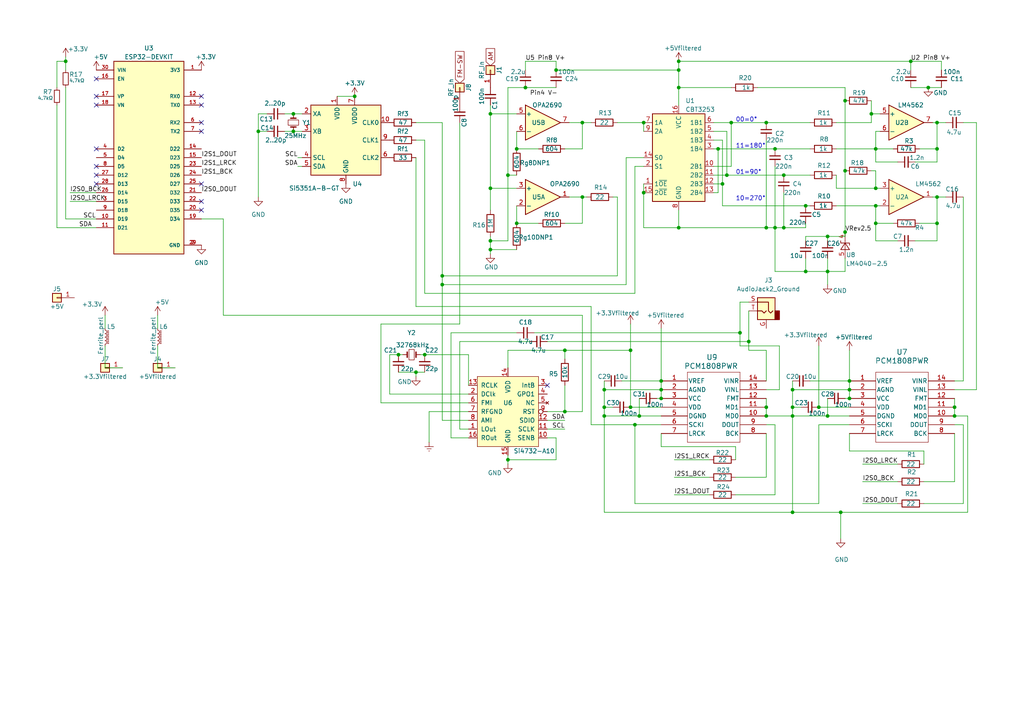
<source format=kicad_sch>
(kicad_sch (version 20250114) (generator "eeschema") (generator_version "9.0")
  (paper "A4")
  (title_block (rev "1.1"))
  (text "10=270°" (at 213.36 58.42 0) (effects (font (size 1.27 1.27)) (justify left bottom)))
  (text "11=180°" (at 213.36 43.18 0) (effects (font (size 1.27 1.27)) (justify left bottom)))
  (text "01=90°" (at 213.36 50.8 0) (effects (font (size 1.27 1.27)) (justify left bottom)))
  (text "00=0°" (at 213.36 35.56 0) (effects (font (size 1.27 1.27)) (justify left bottom)))
  (junction (at 128.27 80.01))
  (junction (at 191.77 115.57))
  (junction (at 243.84 148.59))
  (junction (at 168.91 57.15))
  (junction (at 208.28 43.18))
  (junction (at 246.38 113.03))
  (junction (at 222.25 118.11))
  (junction (at 128.27 82.55))
  (junction (at 196.85 17.78))
  (junction (at 271.78 64.77))
  (junction (at 175.26 120.65))
  (junction (at 233.68 78.74))
  (junction (at 168.91 35.56))
  (junction (at 240.03 68.58))
  (junction (at -125.73 138.43))
  (junction (at 245.11 49.53))
  (junction (at 191.77 113.03))
  (junction (at 123.19 102.87))
  (junction (at 149.86 43.18))
  (junction (at -66.04 156.21))
  (junction (at 217.17 99.06))
  (junction (at 196.85 20.32))
  (junction (at -123.19 179.07))
  (junction (at -82.55 179.07))
  (junction (at 149.86 64.77))
  (junction (at 142.24 72.39))
  (junction (at 229.87 120.65))
  (junction (at 120.65 107.95))
  (junction (at -138.43 166.37))
  (junction (at 191.77 110.49))
  (junction (at 147.32 50.8))
  (junction (at 245.11 67.31))
  (junction (at -125.73 130.81))
  (junction (at 229.87 113.03))
  (junction (at 224.79 43.18))
  (junction (at -135.89 179.07))
  (junction (at 271.78 35.56))
  (junction (at -54.61 179.07))
  (junction (at 254 43.18))
  (junction (at 186.69 35.56))
  (junction (at 222.25 35.56))
  (junction (at 85.09 38.1))
  (junction (at 182.88 101.6))
  (junction (at 85.09 33.02))
  (junction (at -62.23 137.16))
  (junction (at 142.24 54.61))
  (junction (at -125.73 179.07))
  (junction (at 210.82 50.8))
  (junction (at 264.16 17.78))
  (junction (at -67.31 137.16))
  (junction (at -66.04 179.07))
  (junction (at 182.88 118.11))
  (junction (at 240.03 120.65))
  (junction (at -90.17 123.19))
  (junction (at 271.78 57.15))
  (junction (at 229.87 148.59))
  (junction (at 254 54.61))
  (junction (at 185.42 120.65))
  (junction (at 222.25 120.65))
  (junction (at 212.09 35.56))
  (junction (at 74.93 38.1))
  (junction (at 237.49 118.11))
  (junction (at 115.57 102.87))
  (junction (at -133.35 179.07))
  (junction (at -60.96 156.21))
  (junction (at 196.85 66.04))
  (junction (at -93.98 179.07))
  (junction (at 163.83 101.6))
  (junction (at -63.5 144.78))
  (junction (at 184.15 123.19))
  (junction (at -90.17 179.07))
  (junction (at 246.38 115.57))
  (junction (at -137.16 157.48))
  (junction (at 229.87 118.11))
  (junction (at 252.73 33.02))
  (junction (at 214.63 96.52))
  (junction (at -133.35 162.56))
  (junction (at -134.62 165.1))
  (junction (at 102.87 27.94))
  (junction (at -57.15 137.16))
  (junction (at 276.86 118.11))
  (junction (at 161.29 20.32))
  (junction (at 227.33 66.04))
  (junction (at 175.26 113.03))
  (junction (at -54.61 156.21))
  (junction (at -114.3 179.07))
  (junction (at 240.03 78.74))
  (junction (at 142.24 33.02))
  (junction (at 269.24 25.4))
  (junction (at 147.32 133.35))
  (junction (at 245.11 29.21))
  (junction (at 271.78 43.18))
  (junction (at 224.79 66.04))
  (junction (at 254 64.77))
  (junction (at -66.04 165.1))
  (junction (at 254 59.69))
  (junction (at -118.11 179.07))
  (junction (at 209.55 53.34))
  (junction (at 19.05 17.78))
  (junction (at 175.26 118.11))
  (junction (at 163.83 119.38))
  (junction (at -110.49 179.07))
  (junction (at 186.69 55.88))
  (junction (at 276.86 120.65))
  (junction (at 196.85 25.4))
  (junction (at 152.4 25.4))
  (junction (at 227.33 50.8))
  (junction (at 222.25 66.04))
  (junction (at -128.27 179.07))
  (junction (at 246.38 110.49))
  (junction (at 142.24 69.85))
  (junction (at 233.68 59.69))
  (no_connect (at 58.42 30.48))
  (no_connect (at 158.75 111.76))
  (no_connect (at 27.94 53.34))
  (no_connect (at -86.36 165.1))
  (no_connect (at 58.42 38.1))
  (no_connect (at 58.42 53.34))
  (no_connect (at 58.42 35.56))
  (no_connect (at 27.94 50.8))
  (no_connect (at 58.42 60.96))
  (no_connect (at 27.94 48.26))
  (no_connect (at -110.49 144.78))
  (no_connect (at 27.94 30.48))
  (no_connect (at 27.94 27.94))
  (no_connect (at 58.42 27.94))
  (no_connect (at -97.79 165.1))
  (no_connect (at 27.94 43.18))
  (no_connect (at 58.42 58.42))
  (no_connect (at 27.94 22.86))
  (wire (pts (xy 217.17 87.63) (xy 214.63 87.63)))
  (wire (pts (xy 196.85 25.4) (xy 196.85 30.48)))
  (wire (pts (xy -54.61 179.07) (xy -49.53 179.07)))
  (wire (pts (xy 128.27 82.55) (xy 128.27 80.01)))
  (wire (pts (xy 254 38.1) (xy 254 43.18)))
  (wire (pts (xy 181.61 45.72) (xy 181.61 82.55)))
  (wire (pts (xy 266.7 43.18) (xy 271.78 43.18)))
  (wire (pts (xy 133.35 99.06) (xy 133.35 124.46)))
  (wire (pts (xy -139.7 163.83) (xy -135.89 163.83)))
  (wire (pts (xy -67.31 125.73) (xy -67.31 137.16)))
  (wire (pts (xy 175.26 120.65) (xy 175.26 148.59)))
  (wire (pts (xy 149.86 59.69) (xy 149.86 64.77)))
  (wire (pts (xy 276.86 139.7) (xy 267.97 139.7)))
  (wire (pts (xy 252.73 49.53) (xy 254 49.53)))
  (wire (pts (xy 195.58 133.35) (xy 205.74 133.35)))
  (wire (pts (xy -90.17 123.19) (xy -86.36 123.19)))
  (wire (pts (xy 254 46.99) (xy 260.35 46.99)))
  (wire (pts (xy -124.46 125.73) (xy -125.73 125.73)))
  (wire (pts (xy -121.92 123.19) (xy -121.92 165.1)))
  (wire (pts (xy -135.89 179.07) (xy -133.35 179.07)))
  (wire (pts (xy -99.06 125.73) (xy -67.31 125.73)))
  (wire (pts (xy 186.69 55.88) (xy 186.69 66.04)))
  (wire (pts (xy 64.77 63.5) (xy 64.77 91.44)))
  (wire (pts (xy 240.03 68.58) (xy 245.11 68.58)))
  (wire (pts (xy 147.32 50.8) (xy 149.86 50.8)))
  (wire (pts (xy 85.09 33.02) (xy 87.63 33.02)))
  (wire (pts (xy -57.15 129.54) (xy -57.15 120.65)))
  (wire (pts (xy -118.11 148.59) (xy -118.11 157.48)))
  (wire (pts (xy 133.35 35.56) (xy 133.35 93.98)))
  (wire (pts (xy 246.38 130.81) (xy 267.97 130.81)))
  (wire (pts (xy 147.32 132.08) (xy 147.32 133.35)))
  (wire (pts (xy 19.05 25.4) (xy 19.05 63.5)))
  (wire (pts (xy -123.19 179.07) (xy -118.11 179.07)))
  (wire (pts (xy 222.25 125.73) (xy 222.25 138.43)))
  (wire (pts (xy 233.68 78.74) (xy 240.03 78.74)))
  (wire (pts (xy 30.48 100.33) (xy 30.48 106.68)))
  (wire (pts (xy 245.11 49.53) (xy 245.11 67.31)))
  (wire (pts (xy 273.05 17.78) (xy 273.05 20.32)))
  (wire (pts (xy -124.46 125.73) (xy -124.46 149.86)))
  (wire (pts (xy 279.4 123.19) (xy 279.4 146.05)))
  (wire (pts (xy 245.11 115.57) (xy 246.38 115.57)))
  (wire (pts (xy -125.73 130.81) (xy -125.73 133.35)))
  (wire (pts (xy 242.57 35.56) (xy 252.73 35.56)))
  (wire (pts (xy 142.24 68.58) (xy 142.24 69.85)))
  (wire (pts (xy -113.03 140.97) (xy -113.03 138.43)))
  (wire (pts (xy -54.61 156.21) (xy -54.61 166.37)))
  (wire (pts (xy 233.68 59.69) (xy 234.95 59.69)))
  (wire (pts (xy -128.27 156.21) (xy -128.27 179.07)))
  (wire (pts (xy 147.32 133.35) (xy 147.32 134.62)))
  (wire (pts (xy 161.29 127) (xy 161.29 133.35)))
  (wire (pts (xy 179.07 35.56) (xy 186.69 35.56)))
  (wire (pts (xy 254 38.1) (xy 255.27 38.1)))
  (wire (pts (xy 271.78 35.56) (xy 274.32 35.56)))
  (wire (pts (xy -67.31 148.59) (xy -68.58 148.59)))
  (wire (pts (xy -125.73 156.21) (xy -125.73 179.07)))
  (wire (pts (xy 207.01 55.88) (xy 208.28 55.88)))
  (wire (pts (xy -66.04 179.07) (xy -54.61 179.07)))
  (wire (pts (xy 175.26 110.49) (xy 175.26 113.03)))
  (wire (pts (xy -114.3 168.91) (xy -114.3 179.07)))
  (wire (pts (xy -93.98 165.1) (xy -93.98 166.37)))
  (wire (pts (xy 222.25 101.6) (xy 222.25 110.49)))
  (wire (pts (xy 252.73 29.21) (xy 252.73 33.02)))
  (wire (pts (xy 186.69 35.56) (xy 186.69 38.1)))
  (wire (pts (xy 123.19 85.09) (xy 184.15 85.09)))
  (wire (pts (xy 227.33 50.8) (xy 234.95 50.8)))
  (wire (pts (xy 222.25 123.19) (xy 224.79 123.19)))
  (wire (pts (xy 45.72 91.44) (xy 45.72 95.25)))
  (wire (pts (xy -123.19 179.07) (xy -123.19 180.34)))
  (wire (pts (xy 254 43.18) (xy 259.08 43.18)))
  (wire (pts (xy 222.25 35.56) (xy 234.95 35.56)))
  (wire (pts (xy -110.49 179.07) (xy -93.98 179.07)))
  (wire (pts (xy 254 59.69) (xy 255.27 59.69)))
  (wire (pts (xy 163.83 101.6) (xy 163.83 104.14)))
  (wire (pts (xy 19.05 63.5) (xy 27.94 63.5)))
  (wire (pts (xy 210.82 50.8) (xy 227.33 50.8)))
  (wire (pts (xy 237.49 100.33) (xy 237.49 118.11)))
  (wire (pts (xy 16.51 17.78) (xy 19.05 17.78)))
  (wire (pts (xy 243.84 148.59) (xy 243.84 156.21)))
  (wire (pts (xy 168.91 91.44) (xy 168.91 119.38)))
  (wire (pts (xy -63.5 152.4) (xy -68.58 152.4)))
  (wire (pts (xy 191.77 120.65) (xy 185.42 120.65)))
  (wire (pts (xy -66.04 171.45) (xy -66.04 179.07)))
  (wire (pts (xy -138.43 166.37) (xy -120.65 166.37)))
  (wire (pts (xy 237.49 118.11) (xy 246.38 118.11)))
  (wire (pts (xy 222.25 66.04) (xy 224.79 66.04)))
  (wire (pts (xy 181.61 82.55) (xy 128.27 82.55)))
  (wire (pts (xy 242.57 54.61) (xy 254 54.61)))
  (wire (pts (xy 210.82 50.8) (xy 210.82 38.1)))
  (wire (pts (xy -110.49 163.83) (xy -110.49 162.56)))
  (wire (pts (xy 175.26 148.59) (xy 229.87 148.59)))
  (wire (pts (xy 242.57 59.69) (xy 254 59.69)))
  (wire (pts (xy 161.29 133.35) (xy 147.32 133.35)))
  (wire (pts (xy -82.55 179.07) (xy -66.04 179.07)))
  (wire (pts (xy -95.25 128.27) (xy -95.25 127)))
  (wire (pts (xy -125.73 118.11) (xy -54.61 118.11)))
  (wire (pts (xy 27.94 55.88) (xy 20.32 55.88)))
  (wire (pts (xy -63.5 151.13) (xy -63.5 152.4)))
  (wire (pts (xy 229.87 113.03) (xy 229.87 118.11)))
  (wire (pts (xy 182.88 118.11) (xy 191.77 118.11)))
  (wire (pts (xy -68.58 144.78) (xy -63.5 144.78)))
  (wire (pts (xy 279.4 110.49) (xy 279.4 57.15)))
  (wire (pts (xy 16.51 30.48) (xy 16.51 66.04)))
  (wire (pts (xy 265.43 46.99) (xy 271.78 46.99)))
  (wire (pts (xy 142.24 33.02) (xy 142.24 54.61)))
  (wire (pts (xy 175.26 113.03) (xy 175.26 118.11)))
  (wire (pts (xy 135.89 124.46) (xy 133.35 124.46)))
  (wire (pts (xy -125.73 130.81) (xy -113.03 130.81)))
  (wire (pts (xy 147.32 69.85) (xy 142.24 69.85)))
  (wire (pts (xy 222.25 115.57) (xy 222.25 118.11)))
  (wire (pts (xy 182.88 101.6) (xy 182.88 118.11)))
  (wire (pts (xy 158.75 119.38) (xy 163.83 119.38)))
  (wire (pts (xy 120.65 107.95) (xy 123.19 107.95)))
  (wire (pts (xy 196.85 17.78) (xy 196.85 20.32)))
  (wire (pts (xy 30.48 106.68) (xy 35.56 106.68)))
  (wire (pts (xy 168.91 57.15) (xy 168.91 64.77)))
  (wire (pts (xy 82.55 38.1) (xy 85.09 38.1)))
  (wire (pts (xy 133.35 93.98) (xy 110.49 93.98)))
  (wire (pts (xy 271.78 57.15) (xy 271.78 64.77)))
  (wire (pts (xy 270.51 35.56) (xy 271.78 35.56)))
  (wire (pts (xy 153.67 99.06) (xy 133.35 99.06)))
  (wire (pts (xy -86.36 128.27) (xy -86.36 123.19)))
  (wire (pts (xy 156.21 64.77) (xy 149.86 64.77)))
  (wire (pts (xy -113.03 140.97) (xy -110.49 140.97)))
  (wire (pts (xy 86.36 48.26) (xy 87.63 48.26)))
  (wire (pts (xy 246.38 101.6) (xy 246.38 110.49)))
  (wire (pts (xy 163.83 111.76) (xy 163.83 119.38)))
  (wire (pts (xy 121.92 102.87) (xy 123.19 102.87)))
  (wire (pts (xy 208.28 43.18) (xy 224.79 43.18)))
  (wire (pts (xy 142.24 72.39) (xy 142.24 73.66)))
  (wire (pts (xy 175.26 118.11) (xy 177.8 118.11)))
  (wire (pts (xy 276.86 120.65) (xy 280.67 120.65)))
  (wire (pts (xy 233.68 78.74) (xy 224.79 78.74)))
  (wire (pts (xy 115.57 107.95) (xy 120.65 107.95)))
  (wire (pts (xy 209.55 40.64) (xy 207.01 40.64)))
  (wire (pts (xy -114.3 179.07) (xy -110.49 179.07)))
  (wire (pts (xy 175.26 118.11) (xy 175.26 120.65)))
  (wire (pts (xy 254 49.53) (xy 254 54.61)))
  (wire (pts (xy -66.04 165.1) (xy -66.04 166.37)))
  (wire (pts (xy 222.25 120.65) (xy 229.87 120.65)))
  (wire (pts (xy 74.93 38.1) (xy 74.93 57.15)))
  (wire (pts (xy 276.86 123.19) (xy 279.4 123.19)))
  (wire (pts (xy 195.58 143.51) (xy 205.74 143.51)))
  (wire (pts (xy -66.04 156.21) (xy -60.96 156.21)))
  (wire (pts (xy 229.87 118.11) (xy 229.87 120.65)))
  (wire (pts (xy 224.79 123.19) (xy 224.79 143.51)))
  (wire (pts (xy 222.25 138.43) (xy 213.36 138.43)))
  (wire (pts (xy 168.91 35.56) (xy 168.91 43.18)))
  (wire (pts (xy 254 46.99) (xy 254 43.18)))
  (wire (pts (xy 16.51 66.04) (xy 27.94 66.04)))
  (wire (pts (xy 165.1 57.15) (xy 168.91 57.15)))
  (wire (pts (xy 191.77 129.54) (xy 213.36 129.54)))
  (wire (pts (xy 124.46 128.27) (xy 124.46 119.38)))
  (wire (pts (xy 179.07 80.01) (xy 179.07 57.15)))
  (wire (pts (xy 128.27 80.01) (xy 128.27 35.56)))
  (wire (pts (xy 16.51 17.78) (xy 16.51 25.4)))
  (wire (pts (xy 271.78 46.99) (xy 271.78 43.18)))
  (wire (pts (xy 184.15 123.19) (xy 191.77 123.19)))
  (wire (pts (xy 191.77 113.03) (xy 191.77 115.57)))
  (wire (pts (xy -113.03 138.43) (xy -125.73 138.43)))
  (wire (pts (xy 269.24 25.4) (xy 273.05 25.4)))
  (wire (pts (xy 212.09 35.56) (xy 222.25 35.56)))
  (wire (pts (xy 77.47 33.02) (xy 74.93 33.02)))
  (wire (pts (xy -133.35 179.07) (xy -128.27 179.07)))
  (wire (pts (xy 240.03 69.85) (xy 240.03 68.58)))
  (wire (pts (xy 280.67 120.65) (xy 280.67 148.59)))
  (wire (pts (xy 222.25 118.11) (xy 222.25 120.65)))
  (wire (pts (xy -68.58 140.97) (xy -67.31 140.97)))
  (wire (pts (xy 168.91 43.18) (xy 163.83 43.18)))
  (wire (pts (xy 242.57 43.18) (xy 254 43.18)))
  (wire (pts (xy 154.94 96.52) (xy 214.63 96.52)))
  (wire (pts (xy -110.49 168.91) (xy -110.49 179.07)))
  (wire (pts (xy 266.7 64.77) (xy 271.78 64.77)))
  (wire (pts (xy 227.33 66.04) (xy 233.68 66.04)))
  (wire (pts (xy -63.5 144.78) (xy -63.5 146.05)))
  (wire (pts (xy -78.74 165.1) (xy -66.04 165.1)))
  (wire (pts (xy -114.3 152.4) (xy -110.49 152.4)))
  (wire (pts (xy 171.45 123.19) (xy 184.15 123.19)))
  (wire (pts (xy 240.03 74.93) (xy 240.03 78.74)))
  (wire (pts (xy 191.77 110.49) (xy 191.77 113.03)))
  (wire (pts (xy -139.7 168.91) (xy -135.89 168.91)))
  (wire (pts (xy -66.04 156.21) (xy -66.04 165.1)))
  (wire (pts (xy -118.11 148.59) (xy -110.49 148.59)))
  (wire (pts (xy 240.03 115.57) (xy 240.03 120.65)))
  (wire (pts (xy 237.49 123.19) (xy 246.38 123.19)))
  (wire (pts (xy 229.87 110.49) (xy 229.87 113.03)))
  (wire (pts (xy 149.86 96.52) (xy 130.81 96.52)))
  (wire (pts (xy 120.65 88.9) (xy 171.45 88.9)))
  (wire (pts (xy -54.61 171.45) (xy -54.61 179.07)))
  (wire (pts (xy 161.29 17.78) (xy 161.29 20.32)))
  (wire (pts (xy 246.38 113.03) (xy 246.38 115.57)))
  (wire (pts (xy -90.17 165.1) (xy -90.17 166.37)))
  (wire (pts (xy -78.74 128.27) (xy -78.74 123.19)))
  (wire (pts (xy 179.07 57.15) (xy 177.8 57.15)))
  (wire (pts (xy -82.55 120.65) (xy -57.15 120.65)))
  (wire (pts (xy 142.24 30.48) (xy 142.24 33.02)))
  (wire (pts (xy 212.09 48.26) (xy 212.09 35.56)))
  (wire (pts (xy 229.87 148.59) (xy 243.84 148.59)))
  (wire (pts (xy 240.03 120.65) (xy 229.87 120.65)))
  (wire (pts (xy -125.73 149.86) (xy -124.46 149.86)))
  (wire (pts (xy 207.01 50.8) (xy 210.82 50.8)))
  (wire (pts (xy 86.36 45.72) (xy 87.63 45.72)))
  (wire (pts (xy 128.27 80.01) (xy 179.07 80.01)))
  (wire (pts (xy 246.38 130.81) (xy 246.38 125.73)))
  (wire (pts (xy 254 64.77) (xy 254 69.85)))
  (wire (pts (xy 142.24 54.61) (xy 149.86 54.61)))
  (wire (pts (xy -90.17 179.07) (xy -82.55 179.07)))
  (wire (pts (xy -139.7 176.53) (xy -138.43 176.53)))
  (wire (pts (xy 210.82 38.1) (xy 207.01 38.1)))
  (wire (pts (xy 74.93 38.1) (xy 77.47 38.1)))
  (wire (pts (xy 120.65 40.64) (xy 123.19 40.64)))
  (wire (pts (xy -139.7 166.37) (xy -138.43 166.37)))
  (wire (pts (xy 30.48 91.44) (xy 30.48 95.25)))
  (wire (pts (xy 271.78 35.56) (xy 271.78 43.18)))
  (wire (pts (xy 233.68 69.85) (xy 233.68 68.58)))
  (wire (pts (xy 163.83 124.46) (xy 158.75 124.46)))
  (wire (pts (xy 152.4 17.78) (xy 161.29 17.78)))
  (wire (pts (xy 245.11 74.93) (xy 245.11 78.74)))
  (wire (pts (xy 224.79 66.04) (xy 227.33 66.04)))
  (wire (pts (xy 142.24 69.85) (xy 142.24 72.39)))
  (wire (pts (xy -120.65 127) (xy -120.65 166.37)))
  (wire (pts (xy -62.23 137.16) (xy -57.15 137.16)))
  (wire (pts (xy 252.73 33.02) (xy 255.27 33.02)))
  (wire (pts (xy 213.36 143.51) (xy 224.79 143.51)))
  (wire (pts (xy -78.74 123.19) (xy -62.23 123.19)))
  (wire (pts (xy 214.63 96.52) (xy 214.63 100.33)))
  (wire (pts (xy 168.91 57.15) (xy 170.18 57.15)))
  (wire (pts (xy 196.85 17.78) (xy 264.16 17.78)))
  (wire (pts (xy 156.21 43.18) (xy 149.86 43.18)))
  (wire (pts (xy -148.59 156.21) (xy -148.59 157.48)))
  (wire (pts (xy -67.31 137.16) (xy -62.23 137.16)))
  (wire (pts (xy -125.73 149.86) (xy -125.73 151.13)))
  (wire (pts (xy -62.23 123.19) (xy -62.23 129.54)))
  (wire (pts (xy 209.55 59.69) (xy 233.68 59.69)))
  (wire (pts (xy 207.01 43.18) (xy 208.28 43.18)))
  (wire (pts (xy -113.03 137.16) (xy -113.03 130.81)))
  (wire (pts (xy -60.96 156.21) (xy -54.61 156.21)))
  (wire (pts (xy -67.31 140.97) (xy -67.31 148.59)))
  (wire (pts (xy 234.95 110.49) (xy 246.38 110.49)))
  (wire (pts (xy -128.27 156.21) (xy -140.97 156.21)))
  (wire (pts (xy 267.97 146.05) (xy 279.4 146.05)))
  (wire (pts (xy 214.63 100.33) (xy 226.06 100.33)))
  (wire (pts (xy 186.69 53.34) (xy 186.69 55.88)))
  (wire (pts (xy 120.65 35.56) (xy 128.27 35.56)))
  (wire (pts (xy 267.97 130.81) (xy 267.97 134.62)))
  (wire (pts (xy -114.3 157.48) (xy -114.3 152.4)))
  (wire (pts (xy -90.17 171.45) (xy -90.17 179.07)))
  (wire (pts (xy -125.73 179.07) (xy -123.19 179.07)))
  (wire (pts (xy 229.87 113.03) (xy 246.38 113.03)))
  (wire (pts (xy 120.65 45.72) (xy 120.65 88.9)))
  (wire (pts (xy -148.59 157.48) (xy -137.16 157.48)))
  (wire (pts (xy -138.43 166.37) (xy -138.43 176.53)))
  (wire (pts (xy 237.49 123.19) (xy 237.49 146.05)))
  (wire (pts (xy -135.89 163.83) (xy -135.89 165.1)))
  (wire (pts (xy 97.79 27.94) (xy 102.87 27.94)))
  (wire (pts (xy 271.78 69.85) (xy 271.78 64.77)))
  (wire (pts (xy 64.77 63.5) (xy 58.42 63.5)))
  (wire (pts (xy 161.29 20.32) (xy 196.85 20.32)))
  (wire (pts (xy 207.01 53.34) (xy 209.55 53.34)))
  (wire (pts (xy 113.03 102.87) (xy 113.03 114.3)))
  (wire (pts (xy -60.96 146.05) (xy -60.96 144.78)))
  (wire (pts (xy -115.57 127) (xy -120.65 127)))
  (wire (pts (xy 280.67 148.59) (xy 243.84 148.59)))
  (wire (pts (xy 264.16 17.78) (xy 273.05 17.78)))
  (wire (pts (xy 74.93 33.02) (xy 74.93 38.1)))
  (wire (pts (xy 245.11 25.4) (xy 245.11 29.21)))
  (wire (pts (xy -93.98 179.07) (xy -90.17 179.07)))
  (wire (pts (xy 240.03 78.74) (xy 240.03 82.55)))
  (wire (pts (xy 250.19 139.7) (xy 260.35 139.7)))
  (wire (pts (xy 142.24 54.61) (xy 142.24 60.96)))
  (wire (pts (xy 152.4 25.4) (xy 147.32 25.4)))
  (wire (pts (xy 19.05 17.78) (xy 19.05 16.51)))
  (wire (pts (xy -125.73 135.89) (xy -125.73 138.43)))
  (wire (pts (xy 229.87 120.65) (xy 229.87 148.59)))
  (wire (pts (xy 163.83 121.92) (xy 158.75 121.92)))
  (wire (pts (xy -134.62 165.1) (xy -134.62 173.99)))
  (wire (pts (xy -125.73 123.19) (xy -123.19 123.19)))
  (wire (pts (xy -110.49 157.48) (xy -110.49 156.21)))
  (wire (pts (xy 217.17 99.06) (xy 217.17 101.6)))
  (wire (pts (xy 168.91 64.77) (xy 163.83 64.77)))
  (wire (pts (xy 128.27 121.92) (xy 128.27 82.55)))
  (wire (pts (xy -93.98 171.45) (xy -93.98 179.07)))
  (wire (pts (xy 276.86 125.73) (xy 276.86 139.7)))
  (wire (pts (xy -118.11 179.07) (xy -114.3 179.07)))
  (wire (pts (xy -57.15 134.62) (xy -57.15 137.16)))
  (wire (pts (xy 186.69 48.26) (xy 184.15 48.26)))
  (wire (pts (xy -139.7 179.07) (xy -135.89 179.07)))
  (wire (pts (xy 147.32 101.6) (xy 147.32 106.68)))
  (wire (pts (xy 161.29 127) (xy 158.75 127)))
  (wire (pts (xy 208.28 43.18) (xy 208.28 55.88)))
  (wire (pts (xy -114.3 162.56) (xy -114.3 163.83)))
  (wire (pts (xy 227.33 55.88) (xy 227.33 66.04)))
  (wire (pts (xy 45.72 100.33) (xy 45.72 106.68)))
  (wire (pts (xy 276.86 118.11) (xy 276.86 120.65)))
  (wire (pts (xy -135.89 168.91) (xy -135.89 179.07)))
  (wire (pts (xy 149.86 43.18) (xy 149.86 38.1)))
  (wire (pts (xy 130.81 96.52) (xy 130.81 127)))
  (wire (pts (xy 279.4 110.49) (xy 276.86 110.49)))
  (wire (pts (xy 191.77 129.54) (xy 191.77 125.73)))
  (wire (pts (xy 219.71 25.4) (xy 245.11 25.4)))
  (wire (pts (xy 222.25 40.64) (xy 222.25 66.04)))
  (wire (pts (xy 224.79 66.04) (xy 224.79 78.74)))
  (wire (pts (xy -82.55 171.45) (xy -82.55 179.07)))
  (wire (pts (xy -137.16 157.48) (xy -133.35 157.48)))
  (wire (pts (xy 270.51 57.15) (xy 271.78 57.15)))
  (wire (pts (xy 264.16 17.78) (xy 264.16 20.32)))
  (wire (pts (xy 229.87 118.11) (xy 232.41 118.11)))
  (wire (pts (xy 152.4 25.4) (xy 161.29 25.4)))
  (wire (pts (xy -82.55 120.65) (xy -82.55 128.27)))
  (wire (pts (xy 209.55 53.34) (xy 209.55 59.69)))
  (wire (pts (xy 233.68 74.93) (xy 233.68 78.74)))
  (wire (pts (xy 120.65 107.95) (xy 120.65 109.22)))
  (wire (pts (xy 224.79 48.26) (xy 224.79 66.04)))
  (wire (pts (xy 276.86 113.03) (xy 283.21 113.03)))
  (wire (pts (xy 265.43 69.85) (xy 271.78 69.85)))
  (wire (pts (xy -121.92 123.19) (xy -90.17 123.19)))
  (wire (pts (xy -82.55 165.1) (xy -82.55 166.37)))
  (wire (pts (xy 226.06 100.33) (xy 226.06 113.03)))
  (wire (pts (xy -133.35 162.56) (xy -133.35 179.07)))
  (wire (pts (xy 237.49 146.05) (xy 184.15 146.05)))
  (wire (pts (xy 130.81 127) (xy 135.89 127)))
  (wire (pts (xy 245.11 68.58) (xy 245.11 67.31)))
  (wire (pts (xy -128.27 179.07) (xy -125.73 179.07)))
  (wire (pts (xy 191.77 115.57) (xy 190.5 115.57)))
  (wire (pts (xy 254 59.69) (xy 254 64.77)))
  (wire (pts (xy 196.85 66.04) (xy 222.25 66.04)))
  (wire (pts (xy 19.05 17.78) (xy 19.05 20.32)))
  (wire (pts (xy 123.19 102.87) (xy 135.89 102.87)))
  (wire (pts (xy 147.32 101.6) (xy 163.83 101.6)))
  (wire (pts (xy 252.73 35.56) (xy 252.73 33.02)))
  (wire (pts (xy -137.16 162.56) (xy -133.35 162.56)))
  (wire (pts (xy 214.63 87.63) (xy 214.63 96.52)))
  (wire (pts (xy -57.15 137.16) (xy -49.53 137.16)))
  (wire (pts (xy -68.58 137.16) (xy -67.31 137.16)))
  (wire (pts (xy 45.72 106.68) (xy 50.8 106.68)))
  (wire (pts (xy 149.86 72.39) (xy 142.24 72.39)))
  (wire (pts (xy 115.57 102.87) (xy 113.03 102.87)))
  (wire (pts (xy -95.25 127) (xy -107.95 127)))
  (wire (pts (xy -62.23 134.62) (xy -62.23 137.16)))
  (wire (pts (xy 195.58 138.43) (xy 205.74 138.43)))
  (wire (pts (xy 135.89 121.92) (xy 128.27 121.92)))
  (wire (pts (xy 152.4 17.78) (xy 152.4 20.32)))
  (wire (pts (xy -90.17 128.27) (xy -90.17 123.19)))
  (wire (pts (xy 254 64.77) (xy 259.08 64.77)))
  (wire (pts (xy 163.83 119.38) (xy 168.91 119.38)))
  (wire (pts (xy 147.32 50.8) (xy 147.32 69.85)))
  (wire (pts (xy -54.61 118.11) (xy -54.61 156.21)))
  (wire (pts (xy 142.24 33.02) (xy 149.86 33.02)))
  (wire (pts (xy 165.1 35.56) (xy 168.91 35.56)))
  (wire (pts (xy 217.17 90.17) (xy 217.17 99.06)))
  (wire (pts (xy 124.46 119.38) (xy 135.89 119.38)))
  (wire (pts (xy 171.45 88.9) (xy 171.45 123.19)))
  (wire (pts (xy 212.09 25.4) (xy 196.85 25.4)))
  (wire (pts (xy 147.32 25.4) (xy 147.32 50.8)))
  (wire (pts (xy 250.19 146.05) (xy 260.35 146.05)))
  (wire (pts (xy 233.68 68.58) (xy 240.03 68.58)))
  (wire (pts (xy 186.69 66.04) (xy 196.85 66.04)))
  (wire (pts (xy -135.89 165.1) (xy -134.62 165.1)))
  (wire (pts (xy 250.19 134.62) (xy 260.35 134.62)))
  (wire (pts (xy 163.83 101.6) (xy 182.88 101.6)))
  (wire (pts (xy 168.91 35.56) (xy 171.45 35.56)))
  (wire (pts (xy 115.57 102.87) (xy 116.84 102.87)))
  (wire (pts (xy -60.96 153.67) (xy -60.96 156.21)))
  (wire (pts (xy -118.11 162.56) (xy -118.11 179.07)))
  (wire (pts (xy 212.09 35.56) (xy 207.01 35.56)))
  (wire (pts (xy 276.86 115.57) (xy 276.86 118.11)))
  (wire (pts (xy -68.58 156.21) (xy -66.04 156.21)))
  (wire (pts (xy 184.15 123.19) (xy 184.15 146.05)))
  (wire (pts (xy 110.49 116.84) (xy 135.89 116.84)))
  (wire (pts (xy 264.16 25.4) (xy 269.24 25.4)))
  (wire (pts (xy 186.69 45.72) (xy 181.61 45.72)))
  (wire (pts (xy 135.89 114.3) (xy 113.03 114.3)))
  (wire (pts (xy 180.34 110.49) (xy 191.77 110.49)))
  (wire (pts (xy 158.75 99.06) (xy 217.17 99.06)))
  (wire (pts (xy 254 54.61) (xy 255.27 54.61)))
  (wire (pts (xy 209.55 53.34) (xy 209.55 40.64)))
  (wire (pts (xy -134.62 165.1) (xy -121.92 165.1)))
  (wire (pts (xy 283.21 113.03) (xy 283.21 35.56)))
  (wire (pts (xy 185.42 120.65) (xy 175.26 120.65)))
  (wire (pts (xy 242.57 54.61) (xy 242.57 50.8)))
  (wire (pts (xy 274.32 57.15) (xy 271.78 57.15)))
  (wire (pts (xy 196.85 60.96) (xy 196.85 66.04)))
  (wire (pts (xy 224.79 43.18) (xy 234.95 43.18)))
  (wire (pts (xy 168.91 91.44) (xy 64.77 91.44)))
  (wire (pts (xy 175.26 113.03) (xy 191.77 113.03)))
  (wire (pts (xy 82.55 33.02) (xy 85.09 33.02)))
  (wire (pts (xy -49.53 137.16) (xy -49.53 179.07)))
  (wire (pts (xy 279.4 35.56) (xy 283.21 35.56)))
  (wire (pts (xy 213.36 129.54) (xy 213.36 133.35)))
  (wire (pts (xy 217.17 101.6) (xy 222.25 101.6)))
  (wire (pts (xy 182.88 93.98) (xy 182.88 101.6)))
  (wire (pts (xy 85.09 38.1) (xy 87.63 38.1)))
  (wire (pts (xy 191.77 95.25) (xy 191.77 110.49)))
  (wire (pts (xy -123.19 123.19) (xy -123.19 151.13)))
  (wire (pts (xy -113.03 137.16) (xy -110.49 137.16)))
  (wire (pts (xy 185.42 115.57) (xy 185.42 120.65)))
  (wire (pts (xy 196.85 20.32) (xy 196.85 25.4)))
  (wire (pts (xy 245.11 29.21) (xy 245.11 49.53)))
  (wire (pts (xy 245.11 78.74) (xy 240.03 78.74)))
  (wire (pts (xy 123.19 40.64) (xy 123.19 85.09)))
  (wire (pts (xy 246.38 110.49) (xy 246.38 113.03)))
  (wire (pts (xy 233.68 64.77) (xy 233.68 66.04)))
  (wire (pts (xy -99.06 128.27) (xy -99.06 125.73)))
  (wire (pts (xy -139.7 173.99) (xy -134.62 173.99)))
  (wire (pts (xy -123.19 156.21) (xy -123.19 179.07)))
  (wire (pts (xy 110.49 93.98) (xy 110.49 116.84)))
  (wire (pts (xy 222.25 113.03) (xy 226.06 113.03)))
  (wire (pts (xy -63.5 144.78) (xy -60.96 144.78)))
  (wire (pts (xy 246.38 120.65) (xy 240.03 120.65)))
  (wire (pts (xy 135.89 102.87) (xy 135.89 111.76)))
  (wire (pts (xy 207.01 48.26) (xy 212.09 48.26)))
  (wire (pts (xy 27.94 58.42) (xy 20.32 58.42)))
  (wire (pts (xy 184.15 48.26) (xy 184.15 85.09)))
  (wire (pts (xy 254 69.85) (xy 260.35 69.85)))
  (label "I2S1_BCK" (at 58.42 50.8 0))
  (label "SCL" (at 24.13 63.5 0))
  (label "I2S1_DOUT" (at 195.58 143.51 0))
  (label "U5 Pin8 V+" (at 152.4 17.78 0))
  (label "I2S0_BCK" (at 250.19 139.7 0))
  (label "U2 Pin8 V+" (at 264.16 17.78 0))
  (label "I2S0_LRCK" (at 20.32 58.42 0))
  (label "I2S1_DOUT" (at 58.42 45.72 0))
  (label "I2S0_BCK" (at 20.32 55.88 0))
  (label "VRev2.5" (at 245.11 67.31 0))
  (label "I2S0_DOUT" (at 250.19 146.05 0))
  (label "I2S1_LRCK" (at 58.42 48.26 0))
  (label "SCL" (at 163.83 124.46 180))
  (label "I2S1_BCK" (at 195.58 138.43 0))
  (label "SDA" (at 163.83 121.92 180))
  (label "I2S0_LRCK" (at 250.19 134.62 0))
  (label "SDA" (at 26.67 66.04 180))
  (label "I2S0_DOUT" (at 58.42 55.88 0))
  (label "SDA" (at 86.36 48.26 180))
  (label "I2S1_LRCK" (at 195.58 133.35 0))
  (label "Pin4 V-" (at 153.67 27.94 0))
  (label "SCL" (at 86.36 45.72 180))
  (global_label "FM-SW" (shape input) (at 133.35 24.13 90) (property "Intersheetrefs" "${INTERSHEET_REFS}" (effects (hide yes))))
  (global_label "AM" (shape input) (at 142.24 19.05 90) (property "Intersheetrefs" "${INTERSHEET_REFS}" (effects (hide yes))))
  (symbol (lib_name "GND_10") (lib_id "power:GND") (at 147.32 134.62 0) (mirror y) (unit 1)
    (property "Reference" "#PWR0102" (effects (hide yes)))
    (property "Value" "GND" (at 143.51 137.16 0))
  )
  (symbol (lib_id "power:Earth") (at 124.46 128.27 0) (unit 1)
    (property "Reference" "#RFGND0101" (effects (hide yes)))
    (property "Value" "Earth" (effects (hide yes)))
  )
  (symbol (lib_id "Amplifier_Operational:LM4562") (at 262.89 35.56 0) (unit 2)
    (property "Reference" "U2" (at 261.62 35.56 0))
    (property "Value" "LM4562" (at 264.16 30.48 0))
    (property "Footprint" "SOIC-8" (effects (hide yes)))
    (property "Datasheet" "http://www.ti.com/lit/ds/symlink/lm4562.pdf" (effects (hide yes)))
  )
  (symbol (lib_id "Device:R") (at 262.89 43.18 270) (unit 1)
    (property "Reference" "R3" (at 263.652 40.894 90))
    (property "Value" "47k" (at 262.89 43.18 90))
    (property "Footprint" "Resistor_SMD:R_0603_1608Metric" (effects (hide yes)))
  )
  (symbol (lib_id "uRX:C_Small") (at -57.15 132.08 0) (unit 1)
    (property "Reference" "C37" (at -60.706 134.62 0) (effects (justify left)))
    (property "Value" "10u" (at -60.96 130.048 0) (effects (justify left)))
    (property "Footprint" "Capacitor_SMD:C_0603_1608Metric" (effects (hide yes)))
  )
  (symbol (lib_id "uRX:C_Small") (at -66.04 168.91 0) (unit 1)
    (property "Reference" "C34" (at -71.882 168.91 0) (effects (justify left)))
    (property "Value" "10u" (at -70.358 166.878 0) (effects (justify left)))
    (property "Footprint" "Capacitor_SMD:C_0603_1608Metric" (effects (hide yes)))
  )
  (symbol (lib_id "Connector_Generic:Conn_01x01") (at 142.24 20.32 270) (mirror x) (unit 1)
    (property "Reference" "J1" (at 144.78 20.32 0))
    (property "Value" "RF_In" (at 139.7 20.32 0))
    (property "Footprint" "Connector_Pin:Pin_D0.9mm_L10.0mm_W2.4mm_FlatFork" (effects (hide yes)))
  )
  (symbol (lib_id "Device:C_Small") (at 262.89 46.99 90) (unit 1)
    (property "Reference" "C6" (at 265.43 48.26 90))
    (property "Value" "1.2n" (at 265.938 45.72 90))
    (property "Footprint" "Capacitor_THT:C_Disc_D3.8mm_W2.6mm_P2.50mm" (effects (hide yes)))
  )
  (symbol (lib_id "Device:C_Small") (at 242.57 115.57 90) (mirror x) (unit 1)
    (property "Reference" "C28" (at 240.03 114.3 90))
    (property "Value" "100n" (at 244.602 117.348 90))
    (property "Footprint" "Capacitor_SMD:C_0603_1608Metric" (effects (hide yes)))
  )
  (symbol (lib_name "+3.3V_1") (lib_id "power:+3.3V") (at 30.48 91.44 0) (mirror y) (unit 1)
    (property "Reference" "#PWR03" (effects (hide yes)))
    (property "Value" "+3.3V" (at 26.67 88.265 0))
  )
  (symbol (lib_id "Amplifier_Operational:LM4562") (at 157.48 57.15 0) (unit 1)
    (property "Reference" "U5" (at 156.21 57.15 0))
    (property "Value" "OPA2690" (at 163.83 53.34 0))
    (property "Footprint" "SOIC-8" (effects (hide yes)))
    (property "Datasheet" "http://www.ti.com/lit/ds/symlink/lm4562.pdf" (effects (hide yes)))
  )
  (symbol (lib_id "Amplifier_Operational:LM4562") (at 157.48 35.56 0) (unit 2)
    (property "Reference" "U5" (at 156.21 35.56 0))
    (property "Value" "OPA2690" (at 158.75 30.48 0))
    (property "Footprint" "SOIC-8" (effects (hide yes)))
    (property "Datasheet" "http://www.ti.com/lit/ds/symlink/lm4562.pdf" (effects (hide yes)))
  )
  (symbol (lib_id "Connector_Generic:Conn_01x01") (at 30.48 106.68 0) (mirror y) (unit 1)
    (property "Reference" "J7" (at 30.48 104.14 0))
    (property "Value" "+3.3Vfiltered" (at 30.48 109.22 0))
    (property "Footprint" "Connector_Pin:Pin_D0.9mm_L10.0mm_W2.4mm_FlatFork" (effects (hide yes)))
  )
  (symbol (lib_id "Connector_Generic:Conn_01x01") (at 16.51 86.36 0) (mirror y) (unit 1)
    (property "Reference" "J5" (at 16.51 83.82 0))
    (property "Value" "+5V" (at 16.51 88.9 0))
    (property "Footprint" "Connector_Pin:Pin_D0.9mm_L10.0mm_W2.4mm_FlatFork" (effects (hide yes)))
  )
  (symbol (lib_id "uRX:USB_C_Receptacle_USB2.0_14P") (at -140.97 133.35 0) (unit 1)
    (property "Reference" "J2" (at -141.478 117.094 0))
    (property "Value" "USB_C_Receptacle_USB2.0_14P" (at -145.034 132.588 90))
    (property "Footprint" "C165948" (effects (hide yes)))
    (property "Datasheet" "https://www.usb.org/sites/default/files/documents/usb_type-c.zip" (effects (hide yes)))
    (property "Description" "USB 2.0-only 14P Type-C Receptacle connector" (effects (hide yes)))
  )
  (symbol (lib_id "Device:R") (at 175.26 35.56 270) (unit 1)
    (property "Reference" "R13" (at 175.514 32.766 90))
    (property "Value" "22" (at 175.26 35.56 90))
    (property "Footprint" "Resistor_SMD:R_0603_1608Metric" (effects (hide yes)))
  )
  (symbol (lib_id "Device:C_Small") (at 152.4 22.86 0) (unit 1)
    (property "Reference" "C19" (at 146.558 22.86 0) (effects (justify left)))
    (property "Value" "2.2u" (at 148.082 20.828 0) (effects (justify left)))
    (property "Footprint" "Capacitor_SMD:C_0603_1608Metric" (effects (hide yes)))
  )
  (symbol (lib_id "uRX:LED_Small") (at -110.49 166.37 90) (unit 1)
    (property "Reference" "D4" (at -110.236 164.338 90) (effects (justify right)))
    (property "Value" "LED_Small" (at -109.22 167.64 0) (effects (justify right)))
    (property "Footprint" "LED_SMD:L_0603_1608Metric" (effects (hide yes)))
    (property "Description" "Light emitting diode, small symbol" (effects (hide yes)))
    (property "Sim.Pins" "1=K 2=A" (effects (hide yes)))
  )
  (symbol (lib_id "uRX:Conn_01x03") (at -144.78 176.53 180) (unit 1)
    (property "Reference" "Bat3" (at -145.034 171.45 0))
    (property "Value" "JST-XH" (effects (hide yes)))
    (property "Footprint" "Connector_JST:JST_XH_B3B-XH-A_1x03_P2.50mm_Vertical" (effects (hide yes)))
    (property "Description" "Generic connector, single row, 01x03, script generated (kicad-library-utils/schlib/autogen/connector/)" (effects (hide yes)))
  )
  (symbol (lib_id "Device:R") (at 116.84 40.64 270) (unit 1)
    (property "Reference" "Rf2" (at 116.84 38.1 90))
    (property "Value" "47" (at 116.84 40.64 90))
    (property "Footprint" "Resistor_SMD:R_0603_1608Metric" (effects (hide yes)))
  )
  (symbol (lib_id "uRX:R_Small") (at -90.17 168.91 0) (unit 1)
    (property "Reference" "R42" (at -89.154 167.64 0) (effects (justify left)))
    (property "Value" "120K" (at -89.154 169.418 0) (effects (font (size 0.9906 0.9906)) (justify left)))
    (property "Footprint" "Resistor_SMD:R_0603_1608Metric" (effects (hide yes)))
  )
  (symbol (lib_id "Device:C_Small") (at 180.34 118.11 90) (mirror x) (unit 1)
    (property "Reference" "C30" (at 177.8 116.84 90))
    (property "Value" "100n" (at 182.372 119.888 90))
    (property "Footprint" "Capacitor_SMD:C_0603_1608Metric" (effects (hide yes)))
  )
  (symbol (lib_name "GND_9") (lib_id "power:GND") (at 74.93 57.15 0) (unit 1)
    (property "Reference" "#PWR015" (effects (hide yes)))
    (property "Value" "GND" (at 74.93 62.23 0))
  )
  (symbol (lib_id "Device:Crystal_Small") (at 119.38 102.87 0) (unit 1)
    (property "Reference" "Y2" (at 119.38 96.52 0))
    (property "Value" "32768kHz" (at 119.634 100.076 0))
    (property "Description" "Two pin crystal, small symbol" (effects (hide yes)))
  )
  (symbol (lib_id "Device:C_Small") (at 115.57 105.41 180) (unit 1)
    (property "Reference" "C21" (at 113.284 101.6 0))
    (property "Value" "22p" (at 118.11 106.934 0))
    (property "Footprint" "Capacitor_SMD:C_0603_1608Metric" (effects (hide yes)))
  )
  (symbol (lib_id "Device:C_Small") (at 232.41 110.49 90) (mirror x) (unit 1)
    (property "Reference" "C20" (at 229.87 109.22 90))
    (property "Value" "10u" (at 234.95 109.22 90))
    (property "Footprint" "Capacitor_SMD:C_0603_1608Metric" (effects (hide yes)))
  )
  (symbol (lib_id "uRX:IP2326") (at -93.98 144.78 0) (unit 1)
    (property "Reference" "U10" (at -88.9 144.526 0))
    (property "Value" "IP2326" (at -89.154 148.082 0))
    (property "Footprint" "Package_DFN_QFN:QFN-24-1EP_4x4mm_P0.5mm_EP2.7x2.7mm" (effects (hide yes)))
    (property "Datasheet" "https://www.st.com/resource/en/datasheet/stusb4500.pdf" (effects (hide yes)))
    (property "Description" "Stand-alone USB PD controller (with sink Auto-run mode), QFN-24" (effects (hide yes)))
  )
  (symbol (lib_id "Device:R") (at 264.16 146.05 270) (unit 1)
    (property "Reference" "R21" (at 264.414 143.256 90))
    (property "Value" "22" (at 264.16 146.05 90))
    (property "Footprint" "Resistor_SMD:R_0603_1608Metric" (effects (hide yes)))
  )
  (symbol (lib_id "Device:R") (at 142.24 64.77 0) (mirror y) (unit 1)
    (property "Reference" "R16" (at 138.938 65.278 0))
    (property "Value" "1M" (at 142.24 64.77 90))
    (property "Footprint" "Resistor_SMD:R_0603_1608Metric" (effects (hide yes)))
  )
  (symbol (lib_id "Connector_Generic:Conn_01x01") (at 45.72 106.68 0) (mirror y) (unit 1)
    (property "Reference" "J4" (at 45.72 104.14 0))
    (property "Value" "+5Vfiltered" (at 45.72 109.22 0))
    (property "Footprint" "Connector_Pin:Pin_D0.9mm_L10.0mm_W2.4mm_FlatFork" (effects (hide yes)))
  )
  (symbol (lib_id "Device:L_Ferrite_Small") (at 45.72 97.79 0) (unit 1)
    (property "Reference" "L6" (at 46.228 94.742 0) (effects (justify left)))
    (property "Value" "Ferrite_perl" (at 44.45 102.87 90) (effects (justify left)))
    (property "Footprint" "Inductor_SMD:L_0603_1608Metric" (effects (hide yes)))
    (property "Description" "Inductor with ferrite core, small symbol" (effects (hide yes)))
  )
  (symbol (lib_id "RF_AM_FM:Si4732-A10") (at 153.67 99.06 0) (mirror y) (unit 1)
    (property "Reference" "U6" (at 147.32 116.84 0))
    (property "Value" "Si4732-A10" (at 154.94 130.81 0))
    (property "Footprint" "Package_SO:SOIC-8_3.9x4.9mm_P1.27mm" (effects (hide yes)))
  )
  (symbol (lib_name "+3.3V_1") (lib_id "power:+3.3V") (at 182.88 93.98 0) (mirror y) (unit 1)
    (property "Reference" "#PWR020" (effects (hide yes)))
    (property "Value" "+3.3Vfiltered" (at 179.07 90.805 0))
  )
  (symbol (lib_id "Device:R") (at 215.9 25.4 270) (unit 1)
    (property "Reference" "R20" (at 216.154 22.606 90))
    (property "Value" "1k" (at 216.408 25.4 90))
    (property "Footprint" "Resistor_SMD:R_0603_1608Metric" (effects (hide yes)))
  )
  (symbol (lib_name "+3.3V_6") (lib_id "power:+3.3V") (at 19.05 16.51 0) (mirror y) (unit 1)
    (property "Reference" "#PWR018" (effects (hide yes)))
    (property "Value" "+3.3V" (at 22.606 14.224 0))
  )
  (symbol (lib_id "Device:R_Small") (at 16.51 27.94 0) (unit 1)
    (property "Reference" "R7" (at 12.446 26.67 0) (effects (justify left)))
    (property "Value" "4.7kΩ" (at 10.922 28.448 0) (effects (font (size 0.9906 0.9906)) (justify left)))
    (property "Footprint" "Resistor_SMD:R_0603_1608Metric" (effects (hide yes)))
  )
  (symbol (lib_id "Oscillator:Si5351A-B-GT") (at 100.33 40.64 0) (unit 1)
    (property "Reference" "U4" (at 102.2859 53.34 0) (effects (justify left)))
    (property "Value" "Si5351A-B-GT" (at 83.82 54.61 0) (effects (justify left)))
    (property "Footprint" "Package_SO:MSOP-10_3x3mm_P0.5mm" (effects (hide yes)))
    (property "Datasheet" "https://www.silabs.com/documents/public/data-sheets/Si5351-B.pdf" (effects (hide yes)))
  )
  (symbol (lib_id "Device:R") (at 209.55 138.43 270) (unit 1)
    (property "Reference" "R23" (at 209.804 136.398 90))
    (property "Value" "22" (at 209.55 138.43 90))
    (property "Footprint" "Resistor_SMD:R_0603_1608Metric" (effects (hide yes)))
  )
  (symbol (lib_id "Device:Crystal_Small") (at 85.09 35.56 90) (unit 1)
    (property "Reference" "Y1" (at 90.17 35.56 90) (effects (justify left)))
    (property "Value" "25MHz" (at 88.9 39.37 90) (effects (justify left)))
    (property "Footprint" "Crystal:Crystal_HC49-U_Vertical" (effects (hide yes)))
  )
  (symbol (lib_id "Device:R") (at 238.76 59.69 270) (unit 1)
    (property "Reference" "R10" (at 239.014 56.896 90))
    (property "Value" "1k" (at 238.76 59.69 90))
    (property "Footprint" "Resistor_SMD:R_0603_1608Metric" (effects (hide yes)))
  )
  (symbol (lib_name "GND_5") (lib_id "power:GND") (at 240.03 82.55 0) (unit 1)
    (property "Reference" "#PWR07" (effects (hide yes)))
    (property "Value" "GND" (at 243.586 84.328 0))
  )
  (symbol (lib_id "Device:C_Small") (at 177.8 110.49 90) (mirror x) (unit 1)
    (property "Reference" "C29" (at 175.26 109.22 90))
    (property "Value" "10u" (at 180.34 109.22 90))
    (property "Footprint" "Capacitor_SMD:C_0603_1608Metric" (effects (hide yes)))
  )
  (symbol (lib_name "GND_7") (lib_id "power:GND") (at 100.33 53.34 0) (unit 1)
    (property "Reference" "#PWR08" (effects (hide yes)))
    (property "Value" "GND" (at 100.33 58.42 0))
  )
  (symbol (lib_id "uRX:1uH,50mA") (at -60.96 149.86 0) (unit 1)
    (property "Reference" "L2" (at -59.69 147.574 0) (effects (justify left)))
    (property "Value" "2.2uH,3A" (at -59.944 149.352 0) (effects (font (size 0.8 0.8)) (justify left)))
    (property "Footprint" "Inductor_SMD:L_4.0x4.0_H1.8" (effects (hide yes)))
    (property "Description" "Sunlord SWPA4040-Serie (z. B. C167352" (effects (hide yes)))
    (property "LCSC" "C167352" (effects (hide yes)))
    (property "Stock" "50824" (effects (hide yes)))
    (property "Price" "0.020USD" (effects (hide yes)))
    (property "Process" "SMT" (effects (hide yes)))
    (property "Minimum Qty" "20" (effects (hide yes)))
    (property "Attrition Qty" "8" (effects (hide yes)))
    (property "Class" "Preferred Component" (effects (hide yes)))
    (property "Category" "Inductors/Coils/Transformers,Inductors (SMD)" (effects (hide yes)))
    (property "Manufacturer" "Sunlord" (effects (hide yes)))
    (property "Part" "SDFL2012Q1R0KTF" (effects (hide yes)))
    (property "Inductance" "1uH" (effects (hide yes)))
    (property "Tolerance" "±10%" (effects (hide yes)))
    (property "Rated Current" "3A" (effects (hide yes)))
    (property "DC Resistance (DCR)" "400mΩ" (effects (hide yes)))
  )
  (symbol (lib_id "Device:R") (at 173.99 57.15 270) (unit 1)
    (property "Reference" "R14" (at 174.244 54.356 90))
    (property "Value" "22" (at 173.99 57.15 90))
    (property "Footprint" "Resistor_SMD:R_0603_1608Metric" (effects (hide yes)))
  )
  (symbol (lib_id "Device:C_Small") (at 156.21 99.06 270) (unit 1)
    (property "Reference" "C17" (at 158.75 97.79 90))
    (property "Value" "4.7u" (at 156.2037 101.6 90))
    (property "Footprint" "Capacitor_SMD:C_0603_1608Metric" (effects (hide yes)))
  )
  (symbol (lib_id "Device:C_Small") (at 80.01 38.1 270) (unit 1)
    (property "Reference" "C14" (at 77.47 37.084 90))
    (property "Value" "2..20p" (at 80.0037 40.64 90))
    (property "Footprint" "Capacitor_SMD:C_0603_1608Metric" (effects (hide yes)))
  )
  (symbol (lib_id "uRX:R") (at -111.76 127 270) (unit 1)
    (property "Reference" "R39" (at -111.76 124.46 90))
    (property "Value" "100" (at -111.76 127 90))
    (property "Footprint" "Resistor_SMD:R_0603_1608Metric" (effects (hide yes)))
  )
  (symbol (lib_id "Device:C_Small") (at 227.33 53.34 0) (unit 1)
    (property "Reference" "C4" (at 229.87 53.34 0) (effects (justify left)))
    (property "Value" "220n" (at 227.33 55.88 0) (effects (justify left)))
    (property "Footprint" "Capacitor_SMD:C_0603_1608Metric" (effects (hide yes)))
  )
  (symbol (lib_id "Device:C_Small") (at 152.4 96.52 270) (unit 1)
    (property "Reference" "C18" (at 152.4 93.472 90))
    (property "Value" "4.7u" (at 152.3937 99.06 90))
    (property "Footprint" "Capacitor_SMD:C_0603_1608Metric" (effects (hide yes)))
  )
  (symbol (lib_id "Device:R") (at 149.86 68.58 0) (mirror y) (unit 1)
    (property "Reference" "Rg10DNP1" (at 155.448 68.834 0))
    (property "Value" "604" (at 149.86 68.58 90))
    (property "Footprint" "Resistor_THT:R_Axial_DIN0207_L6.3mm_D2.5mm_P10.16mm_Horizontal" (effects (hide yes)))
  )
  (symbol (lib_id "Device:R_Small") (at 19.05 22.86 0) (unit 1)
    (property "Reference" "R17" (at 20.066 21.59 0) (effects (justify left)))
    (property "Value" "4.7kΩ" (at 20.066 23.368 0) (effects (font (size 0.9906 0.9906)) (justify left)))
    (property "Footprint" "Resistor_SMD:R_0603_1608Metric" (effects (hide yes)))
  )
  (symbol (lib_name "+5V_1") (lib_id "power:+5V") (at 196.85 17.78 0) (unit 1)
    (property "Reference" "#PWR06" (effects (hide yes)))
    (property "Value" "+5Vfiltered" (at 198.12 13.97 0))
  )
  (symbol (lib_id "Device:C_Small") (at 224.79 45.72 0) (unit 1)
    (property "Reference" "C3" (at 227.33 45.72 0) (effects (justify left)))
    (property "Value" "220n" (at 224.79 48.26 0) (effects (justify left)))
    (property "Footprint" "Capacitor_SMD:C_0603_1608Metric" (effects (hide yes)))
  )
  (symbol (lib_id "Connector_Audio:AudioJack2_Ground") (at 222.25 90.17 0) (mirror y) (unit 1)
    (property "Reference" "J3" (at 222.885 81.28 0))
    (property "Value" "AudioJack2_Ground" (at 222.885 83.82 0))
    (property "Description" "Audio Jack, 2 Poles (Mono / TS), Grounded Sleeve" (effects (hide yes)))
  )
  (symbol (lib_id "Device:R") (at 209.55 143.51 270) (unit 1)
    (property "Reference" "R24" (at 209.804 141.224 90))
    (property "Value" "22" (at 209.55 143.51 90))
    (property "Footprint" "Resistor_SMD:R_0603_1608Metric" (effects (hide yes)))
  )
  (symbol (lib_name "PCM1808PWR_1") (lib_id "2026-01-28_13-06-42:PCM1808PWR") (at 231.14 110.49 0) (unit 1)
    (property "Reference" "U7" (at 261.62 102.108 0) (effects (font (size 1.524 1.524))))
    (property "Value" "PCM1808PWR" (at 261.62 104.648 0) (effects (font (size 1.524 1.524))))
    (property "Footprint" "PW14" (effects (hide yes)))
    (property "Datasheet" "https://www.ti.com/lit/gpn/pcm1808" (effects (hide yes)))
  )
  (symbol (lib_id "Device:C_Small") (at 273.05 22.86 0) (unit 1)
    (property "Reference" "C11" (at 275.59 22.86 0) (effects (justify left)))
    (property "Value" "100n" (at 273.558 20.828 0) (effects (justify left)))
    (property "Footprint" "Capacitor_SMD:C_0603_1608Metric" (effects (hide yes)))
  )
  (symbol (lib_id "Device:C_Small") (at 123.19 105.41 180) (unit 1)
    (property "Reference" "C22" (at 125.222 101.6 0))
    (property "Value" "22p" (at 125.222 106.934 0))
    (property "Footprint" "Capacitor_SMD:C_0603_1608Metric" (effects (hide yes)))
  )
  (symbol (lib_name "+3.3V_5") (lib_id "power:+3.3V") (at 102.87 27.94 0) (unit 1)
    (property "Reference" "#PWR09" (effects (hide yes)))
    (property "Value" "+3.3V" (at 102.87 24.13 0))
  )
  (symbol (lib_id "uRX:C_Small") (at -63.5 148.59 0) (unit 1)
    (property "Reference" "C35" (at -67.564 146.304 0) (effects (justify left)))
    (property "Value" "100n" (at -68.58 150.114 0) (effects (justify left)))
    (property "Footprint" "Capacitor_SMD:C_0603_1608Metric" (effects (hide yes)))
  )
  (symbol (lib_id "Device:R") (at 238.76 43.18 270) (unit 1)
    (property "Reference" "R8" (at 239.014 40.386 90))
    (property "Value" "1k" (at 238.76 43.18 90))
    (property "Footprint" "Resistor_SMD:R_0603_1608Metric" (effects (hide yes)))
  )
  (symbol (lib_name "+3.3V_4") (lib_id "power:+3.3V") (at 237.49 100.33 0) (mirror y) (unit 1)
    (property "Reference" "#PWR02" (effects (hide yes)))
    (property "Value" "+3.3Vfiltered" (at 233.68 97.155 0))
  )
  (symbol (lib_name "+5V_4") (lib_id "power:+5V") (at 246.38 101.6 0) (unit 1)
    (property "Reference" "#PWR016" (effects (hide yes)))
    (property "Value" "+5Vfiltered" (at 247.65 97.79 0))
  )
  (symbol (lib_id "Device:C_Small") (at 187.96 115.57 90) (mirror x) (unit 1)
    (property "Reference" "C31" (at 185.42 114.3 90))
    (property "Value" "100n" (at 189.992 117.348 90))
    (property "Footprint" "Capacitor_SMD:C_0603_1608Metric" (effects (hide yes)))
  )
  (symbol (lib_id "Device:C_Small") (at 276.86 35.56 90) (unit 1)
    (property "Reference" "C15" (at 278.892 32.766 90) (effects (justify left)))
    (property "Value" "4.7u" (at 278.892 38.354 90) (effects (justify left)))
    (property "Footprint" "Capacitor_SMD:C_0603_1608Metric" (effects (hide yes)))
  )
  (symbol (lib_id "uRX:R_Small") (at -118.11 160.02 0) (unit 1)
    (property "Reference" "R37" (at -118.872 157.988 90) (effects (justify left)))
    (property "Value" "33k" (at -117.856 161.29 90) (effects (font (size 0.9906 0.9906)) (justify left)))
    (property "Footprint" "Resistor_SMD:R_0603_1608Metric" (effects (hide yes)))
  )
  (symbol (lib_name "GND_6") (lib_id "power:GND") (at 142.24 73.66 0) (unit 1)
    (property "Reference" "#PWR017" (effects (hide yes)))
    (property "Value" "GND" (at 142.494 77.47 0))
  )
  (symbol (lib_id "Device:C_Small") (at 133.35 33.02 180) (unit 1)
    (property "Reference" "C8" (at 134.62 35.56 90))
    (property "Value" "100p" (at 132.08 29.972 90))
    (property "Footprint" "Capacitor_SMD:C_0603_1608Metric" (effects (hide yes)))
  )
  (symbol (lib_id "uRX:C_Small") (at -62.23 132.08 0) (unit 1)
    (property "Reference" "C36" (at -65.278 134.112 0) (effects (justify left)))
    (property "Value" "10u" (at -66.548 130.048 0) (effects (justify left)))
    (property "Footprint" "Capacitor_SMD:C_0603_1608Metric" (effects (hide yes)))
  )
  (symbol (lib_id "ESP32-DEVKIT-V1:ESP32-DEVKIT-V1") (at 43.18 45.72 0) (unit 1)
    (property "Reference" "U3" (at 43.18 13.97 0))
    (property "Value" "ESP32-DEVKIT" (at 43.18 16.51 0))
    (property "Footprint" "parts:MODULE_ESP32_DEVKIT_V1" (effects (hide yes)))
    (property "Description" "Dual core, Wi-Fi: 2.4 GHz up to 150 Mbits/s,BLE (Bluetooth Low Energy) and legacy Bluetooth, 32 bits, Up to 240 MHz" (effects (hide yes)))
    (property "MF" "Do it" (effects (hide yes)))
    (property "MAXIMUM_PACKAGE_HEIGHT" "6.8 mm" (effects (hide yes)))
    (property "Package" "None" (effects (hide yes)))
    (property "Price" "None" (effects (hide yes)))
    (property "Check_prices" "https://www.snapeda.com/parts/ESP32-DEVKIT-V1/Do+it/view-part/?ref=eda" (effects (hide yes)))
    (property "STANDARD" "Manufacturer Recommendations" (effects (hide yes)))
    (property "PARTREV" "N/A" (effects (hide yes)))
    (property "SnapEDA_Link" "https://www.snapeda.com/parts/ESP32-DEVKIT-V1/Do+it/view-part/?ref=snap" (effects (hide yes)))
    (property "MP" "ESP32-DEVKIT-V1" (effects (hide yes)))
    (property "Availability" "Not in stock" (effects (hide yes)))
    (property "MANUFACTURER" "DOIT" (effects (hide yes)))
  )
  (symbol (lib_name "PCM1808PWR_1") (lib_id "2026-01-28_13-06-42:PCM1808PWR") (at 176.53 110.49 0) (unit 1)
    (property "Reference" "U9" (at 206.502 103.632 0) (effects (font (size 1.524 1.524))))
    (property "Value" "PCM1808PWR" (at 206.248 106.172 0) (effects (font (size 1.524 1.524))))
    (property "Footprint" "PW14" (effects (hide yes)))
    (property "Datasheet" "https://www.ti.com/lit/gpn/pcm1808" (effects (hide yes)))
  )
  (symbol (lib_name "GND_5") (lib_id "power:GND") (at 243.84 156.21 0) (unit 1)
    (property "Reference" "#PWR01" (effects (hide yes)))
    (property "Value" "GND" (at 244.094 162.306 0))
  )
  (symbol (lib_id "Device:R") (at 238.76 50.8 270) (unit 1)
    (property "Reference" "R12" (at 239.014 48.006 90))
    (property "Value" "1k" (at 238.76 50.8 90))
    (property "Footprint" "Resistor_SMD:R_0603_1608Metric" (effects (hide yes)))
  )
  (symbol (lib_id "Device:R") (at 262.89 64.77 270) (unit 1)
    (property "Reference" "R4" (at 266.7 66.04 90))
    (property "Value" "47k" (at 262.89 64.77 90))
    (property "Footprint" "Resistor_SMD:R_0603_1608Metric" (effects (hide yes)))
  )
  (symbol (lib_id "Device:R") (at 209.55 133.35 270) (unit 1)
    (property "Reference" "R22" (at 209.55 131.318 90))
    (property "Value" "22" (at 209.55 133.35 90))
    (property "Footprint" "Resistor_SMD:R_0603_1608Metric" (effects (hide yes)))
  )
  (symbol (lib_name "+5V_3") (lib_id "power:+5V") (at 27.94 20.32 0) (unit 1)
    (property "Reference" "#PWR05" (effects (hide yes)))
    (property "Value" "+5V" (at 29.21 16.51 0))
  )
  (symbol (lib_id "uRX:R_Small") (at -137.16 160.02 0) (unit 1)
    (property "Reference" "R34" (at -141.986 158.496 0) (effects (justify left)))
    (property "Value" "1M" (at -141.224 160.274 0) (effects (font (size 0.9906 0.9906)) (justify left)))
    (property "Footprint" "Resistor_SMD:R_0603_1608Metric" (effects (hide yes)))
  )
  (symbol (lib_id "Connector_Generic:Conn_01x01") (at 133.35 25.4 270) (mirror x) (unit 1)
    (property "Reference" "J8" (at 135.89 25.4 0))
    (property "Value" "RF_In" (at 130.81 25.4 0))
    (property "Footprint" "Connector_Pin:Pin_D0.9mm_L10.0mm_W2.4mm_FlatFork" (effects (hide yes)))
  )
  (symbol (lib_id "uRX:R_Small") (at -93.98 168.91 0) (unit 1)
    (property "Reference" "R41" (at -99.06 168.402 0) (effects (justify left)))
    (property "Value" "120K" (at -98.806 170.18 0) (effects (font (size 0.9906 0.9906)) (justify left)))
    (property "Footprint" "Resistor_SMD:R_0603_1608Metric" (effects (hide yes)))
  )
  (symbol (lib_id "uRX:Conn_01x03") (at -144.78 166.37 180) (unit 1)
    (property "Reference" "Bat2" (at -145.034 161.544 0))
    (property "Value" "JST-XH" (effects (hide yes)))
    (property "Footprint" "Connector_JST:JST_XH_B3B-XH-A_1x03_P2.50mm_Vertical" (effects (hide yes)))
    (property "Description" "Generic connector, single row, 01x03, script generated (kicad-library-utils/schlib/autogen/connector/)" (effects (hide yes)))
  )
  (symbol (lib_id "Device:C_Small") (at 233.68 72.39 0) (unit 1)
    (property "Reference" "C27" (at 233.426 70.612 0) (effects (justify left)))
    (property "Value" "10u" (at 229.108 74.168 0) (effects (justify left)))
    (property "Footprint" "Capacitor_SMD:C_0603_1608Metric" (effects (hide yes)))
  )
  (symbol (lib_id "Device:C_Small") (at 161.29 22.86 0) (unit 1)
    (property "Reference" "C24" (at 163.83 22.86 0) (effects (justify left)))
    (property "Value" "100n" (at 161.798 20.828 0) (effects (justify left)))
    (property "Footprint" "Capacitor_SMD:C_0603_1608Metric" (effects (hide yes)))
  )
  (symbol (lib_id "Device:C_Small") (at 222.25 38.1 0) (unit 1)
    (property "Reference" "C2" (at 224.79 38.7413 0) (effects (justify left)))
    (property "Value" "220n" (at 222.25 40.64 0) (effects (justify left)))
    (property "Footprint" "Capacitor_SMD:C_0603_1608Metric" (effects (hide yes)))
  )
  (symbol (lib_id "Device:C_Small") (at 262.89 69.85 90) (mirror x) (unit 1)
    (property "Reference" "C7" (at 260.35 68.58 90))
    (property "Value" "1.2n" (at 262.8963 72.39 90))
    (property "Footprint" "Capacitor_THT:C_Disc_D3.8mm_W2.6mm_P2.50mm" (effects (hide yes)))
  )
  (symbol (lib_id "Device:C_Small") (at 240.03 72.39 0) (unit 1)
    (property "Reference" "C26" (at 239.776 70.612 0) (effects (justify left)))
    (property "Value" "100n" (at 235.458 74.168 0) (effects (justify left)))
    (property "Footprint" "Capacitor_SMD:C_0603_1608Metric" (effects (hide yes)))
  )
  (symbol (lib_id "uRX:LED_Small") (at -114.3 166.37 90) (unit 1)
    (property "Reference" "D3" (at -117.094 164.338 90) (effects (justify right)))
    (property "Value" "LED_Small" (at -115.57 167.894 0) (effects (justify right)))
    (property "Footprint" "LED_SMD:L_0603_1608Metric" (effects (hide yes)))
    (property "Description" "Light emitting diode, small symbol" (effects (hide yes)))
    (property "Sim.Pins" "1=K 2=A" (effects (hide yes)))
  )
  (symbol (lib_id "Device:R") (at 264.16 139.7 270) (unit 1)
    (property "Reference" "R2" (at 264.414 136.906 90))
    (property "Value" "22" (at 264.16 139.7 90))
    (property "Footprint" "Resistor_SMD:R_0603_1608Metric" (effects (hide yes)))
  )
  (symbol (lib_id "Device:C_Small") (at 276.86 57.15 90) (unit 1)
    (property "Reference" "C16" (at 278.13 54.864 90) (effects (justify left)))
    (property "Value" "4.7u" (at 278.638 59.69 90) (effects (justify left)))
    (property "Footprint" "Capacitor_SMD:C_0603_1608Metric" (effects (hide yes)))
  )
  (symbol (lib_id "Device:R") (at 160.02 43.18 270) (unit 1)
    (property "Reference" "Rf8" (at 160.02 40.64 90))
    (property "Value" "604" (at 160.02 43.18 90))
    (property "Footprint" "Resistor_SMD:R_0603_1608Metric" (effects (hide yes)))
  )
  (symbol (lib_id "Device:R") (at 264.16 134.62 270) (unit 1)
    (property "Reference" "R1" (at 264.414 131.826 90))
    (property "Value" "22" (at 264.16 134.62 90))
    (property "Footprint" "Resistor_SMD:R_0603_1608Metric" (effects (hide yes)))
  )
  (symbol (lib_id "uRX:R_Small") (at -125.73 153.67 0) (unit 1)
    (property "Reference" "R35" (at -125.476 149.352 90) (effects (justify left)))
    (property "Value" "5.1K" (at -125.73 155.702 90) (effects (font (size 0.9906 0.9906)) (justify left)))
    (property "Footprint" "Resistor_SMD:R_0603_1608Metric" (effects (hide yes)))
  )
  (symbol (lib_id "uRX:R_Small") (at -110.49 160.02 0) (unit 1)
    (property "Reference" "R40" (at -111.506 158.242 90) (effects (justify left)))
    (property "Value" "100" (at -110.236 161.544 90) (effects (font (size 0.9906 0.9906)) (justify left)))
    (property "Footprint" "Resistor_SMD:R_0603_1608Metric" (effects (hide yes)))
  )
  (symbol (lib_id "uRX:R_Small") (at -123.19 153.67 0) (unit 1)
    (property "Reference" "R36" (at -124.206 158.75 90) (effects (justify left)))
    (property "Value" "5.1K" (at -123.19 155.702 90) (effects (font (size 0.9906 0.9906)) (justify left)))
    (property "Footprint" "Resistor_SMD:R_0603_1608Metric" (effects (hide yes)))
  )
  (symbol (lib_name "+5V_1") (lib_id "power:+5V") (at 191.77 95.25 0) (unit 1)
    (property "Reference" "#PWR021" (effects (hide yes)))
    (property "Value" "+5Vfiltered" (at 193.04 91.44 0))
  )
  (symbol (lib_name "GND_2") (lib_id "power:GND") (at 58.42 71.12 0) (unit 1)
    (property "Reference" "#PWR012" (effects (hide yes)))
    (property "Value" "GND" (at 58.42 76.2 0))
  )
  (symbol (lib_id "uRX:R_Small") (at -54.61 168.91 0) (unit 1)
    (property "Reference" "R44" (at -53.594 167.64 0) (effects (justify left)))
    (property "Value" "5.1K" (at -53.594 169.418 0) (effects (font (size 0.9906 0.9906)) (justify left)))
    (property "Footprint" "Resistor_SMD:R_0603_1608Metric" (effects (hide yes)))
  )
  (symbol (lib_id "uRX:R_Small") (at -82.55 168.91 0) (unit 1)
    (property "Reference" "R43" (at -81.534 167.64 0) (effects (justify left)))
    (property "Value" "75k" (at -81.534 169.418 0) (effects (font (size 0.9906 0.9906)) (justify left)))
    (property "Footprint" "Resistor_SMD:R_0603_1608Metric" (effects (hide yes)))
  )
  (symbol (lib_id "Device:R") (at 238.76 35.56 270) (unit 1)
    (property "Reference" "R11" (at 239.014 32.766 90))
    (property "Value" "1k" (at 238.76 35.56 90))
    (property "Footprint" "Resistor_SMD:R_0603_1608Metric" (effects (hide yes)))
  )
  (symbol (lib_id "Device:R") (at 160.02 64.77 270) (unit 1)
    (property "Reference" "Rf10" (at 160.02 62.23 90))
    (property "Value" "604" (at 160.02 64.77 90))
    (property "Footprint" "Resistor_SMD:R_0603_1608Metric" (effects (hide yes)))
  )
  (symbol (lib_id "Analog_Switch:SN74CBT3253") (at 196.85 45.72 0) (unit 1)
    (property "Reference" "U1" (at 198.8059 29.21 0) (effects (justify left)))
    (property "Value" "CBT3253" (at 198.8059 31.75 0) (effects (justify left)))
    (property "Footprint" "Package_SO:SO-16_3.9x9.9mm_P1.27mm" (effects (hide yes)))
    (property "Datasheet" "http://www.ti.com/lit/gpn/sn74cbt3253" (effects (hide yes)))
  )
  (symbol (lib_id "Device:C_Small") (at 80.01 33.02 270) (unit 1)
    (property "Reference" "C13" (at 77.216 34.544 90))
    (property "Value" "2..20p" (at 79.756 29.972 90))
    (property "Footprint" "Capacitor_SMD:C_0603_1608Metric" (effects (hide yes)))
  )
  (symbol (lib_id "Device:L_Ferrite_Small") (at 30.48 97.79 0) (unit 1)
    (property "Reference" "L5" (at 30.988 94.742 0) (effects (justify left)))
    (property "Value" "Ferrite_perl" (at 29.21 102.87 90) (effects (justify left)))
    (property "Footprint" "Inductor_SMD:L_0603_1608Metric" (effects (hide yes)))
    (property "Description" "Inductor with ferrite core, small symbol" (effects (hide yes)))
  )
  (symbol (lib_name "GND_5") (lib_id "power:GND") (at 269.24 25.4 0) (unit 1)
    (property "Reference" "#PWR010" (effects (hide yes)))
    (property "Value" "GND" (at 272.796 26.924 0))
  )
  (symbol (lib_id "Device:R") (at 116.84 35.56 270) (unit 1)
    (property "Reference" "Rf3" (at 116.84 33.02 90))
    (property "Value" "47" (at 116.84 35.56 90))
    (property "Footprint" "Resistor_SMD:R_0603_1608Metric" (effects (hide yes)))
  )
  (symbol (lib_id "Device:R") (at 116.84 45.72 270) (unit 1)
    (property "Reference" "Rf1" (at 116.84 43.18 90))
    (property "Value" "33" (at 116.84 45.72 90))
    (property "Footprint" "Resistor_SMD:R_0603_1608Metric" (effects (hide yes)))
  )
  (symbol (lib_id "Reference_Voltage:LM4030-2.5") (at 245.11 71.12 90) (unit 1)
    (property "Reference" "U8" (at 245.364 73.914 90) (effects (justify right)))
    (property "Value" "LM4040-2.5" (at 245.364 76.454 90) (effects (justify right)))
    (property "Footprint" "Package_TO_SOT_SMD:SOT-23-5" (effects (hide yes)))
    (property "Datasheet" "http://www.ti.com/lit/ds/symlink/lm4030.pdf" (effects (hide yes)))
    (property "Description" "2.500V Ultra-High Precision Shunt Voltage Reference, SOT-23-5" (effects (hide yes)))
  )
  (symbol (lib_name "+3.3V_2") (lib_id "power:+3.3V") (at 58.42 20.32 0) (unit 1)
    (property "Reference" "#PWR011" (effects (hide yes)))
    (property "Value" "+3.3V" (at 59.69 16.51 0))
  )
  (symbol (lib_id "uRX:C_Small") (at -133.35 160.02 0) (unit 1)
    (property "Reference" "C9" (at -133.604 158.75 0) (effects (justify left)))
    (property "Value" "4.7n" (at -132.334 161.798 0) (effects (justify left)))
    (property "Footprint" "Capacitor_SMD:C_0603_1608Metric" (effects (hide yes)))
  )
  (symbol (lib_name "GND_1") (lib_id "power:GND") (at 120.65 109.22 0) (mirror y) (unit 1)
    (property "Reference" "#PWR019" (effects (hide yes)))
    (property "Value" "GND" (at 117.348 110.744 0))
  )
  (symbol (lib_id "Device:R") (at 149.86 46.99 0) (mirror y) (unit 1)
    (property "Reference" "Rg8DNP1" (at 155.194 47.244 0))
    (property "Value" "604" (at 149.86 46.99 90))
    (property "Footprint" "Resistor_THT:R_Axial_DIN0207_L6.3mm_D2.5mm_P10.16mm_Horizontal" (effects (hide yes)))
  )
  (symbol (lib_id "uRX:R_Small") (at -114.3 160.02 0) (unit 1)
    (property "Reference" "R38" (at -115.062 157.988 90) (effects (justify left)))
    (property "Value" "100" (at -114.046 161.29 90) (effects (font (size 0.9906 0.9906)) (justify left)))
    (property "Footprint" "Resistor_SMD:R_0603_1608Metric" (effects (hide yes)))
  )
  (symbol (lib_id "Device:R") (at 248.92 29.21 270) (unit 1)
    (property "Reference" "R19" (at 249.174 26.924 90))
    (property "Value" "47k" (at 249.174 29.21 90))
    (property "Footprint" "Resistor_SMD:R_0603_1608Metric" (effects (hide yes)))
  )
  (symbol (lib_id "Device:R") (at 163.83 107.95 0) (mirror y) (unit 1)
    (property "Reference" "R5" (at 160.528 108.458 0))
    (property "Value" "10k" (at 163.83 107.95 90))
    (property "Footprint" "Resistor_SMD:R_0603_1608Metric" (effects (hide yes)))
  )
  (symbol (lib_id "Device:R") (at 248.92 49.53 270) (unit 1)
    (property "Reference" "R18" (at 248.666 47.244 90))
    (property "Value" "47k" (at 249.174 49.53 90))
    (property "Footprint" "Resistor_SMD:R_0603_1608Metric" (effects (hide yes)))
  )
  (symbol (lib_name "+5V_1") (lib_id "power:+5V") (at 45.72 91.44 0) (unit 1)
    (property "Reference" "#PWR04" (effects (hide yes)))
    (property "Value" "+5V" (at 46.99 87.63 0))
  )
  (symbol (lib_name "GND_9") (lib_id "uRX:GND_9") (at -123.19 180.34 0) (unit 1)
    (property "Reference" "#PWR014" (effects (hide yes)))
    (property "Value" "GND" (at -119.634 182.626 0))
  )
  (symbol (lib_id "Device:C_Small") (at 234.95 118.11 90) (mirror x) (unit 1)
    (property "Reference" "C23" (at 232.41 116.84 90))
    (property "Value" "100n" (at 236.982 119.888 90))
    (property "Footprint" "Capacitor_SMD:C_0603_1608Metric" (effects (hide yes)))
  )
  (symbol (lib_id "Amplifier_Operational:LM4562") (at 262.89 57.15 0) (unit 1)
    (property "Reference" "U2" (at 261.62 57.15 0))
    (property "Value" "LM4562" (at 269.24 53.34 0))
    (property "Footprint" "SOIC-8" (effects (hide yes)))
    (property "Datasheet" "http://www.ti.com/lit/ds/symlink/lm4562.pdf" (effects (hide yes)))
  )
  (symbol (lib_id "Device:C_Small") (at 264.16 22.86 0) (unit 1)
    (property "Reference" "C10" (at 258.318 22.86 0) (effects (justify left)))
    (property "Value" "2.2u" (at 259.842 20.828 0) (effects (justify left)))
    (property "Footprint" "Capacitor_SMD:C_0603_1608Metric" (effects (hide yes)))
  )
  (symbol (lib_id "Device:C_Small") (at 233.68 62.23 0) (unit 1)
    (property "Reference" "C5" (at 235.458 62.23 0) (effects (justify left)))
    (property "Value" "220n" (at 228.854 64.516 0) (effects (justify left)))
    (property "Footprint" "Capacitor_SMD:C_0603_1608Metric" (effects (hide yes)))
  )
  (symbol (lib_id "Device:C_Small") (at 142.24 27.94 180) (unit 1)
    (property "Reference" "C1" (at 143.51 30.48 90))
    (property "Value" "100n" (at 139.7 27.9337 90))
    (property "Footprint" "Capacitor_SMD:C_0603_1608Metric" (effects (hide yes)))
  )
)
</source>
